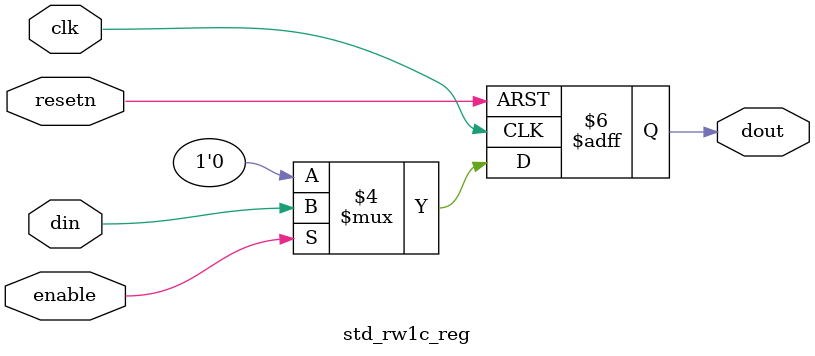
<source format=sv>
/*
 *-----------------------------------------------------------------------------
 *  Module      :   std_lib
 *  Project     :   NA
 *  Author      :   Truong.Nguyen
 *  Created     :   06/25/2020
 *  Description :
 *                  Standard library
 *
 *  History     :
 *  Date        By              Base Rev.   Change Description
 *  06-25-2020  Truong.Nguyen   NA          Initial create
 *-----------------------------------------------------------------------------
 */

//  RW register field
module std_rw_reg #(
    parameter   P_DWIDTH    = 1,
    parameter   P_RESET     = 0
) (
    input                                   clk     ,
    input                                   resetn  ,
    input                                   enable  ,
    input           [ P_DWIDTH  - 1 : 0 ]   din     ,
    output  logic   [ P_DWIDTH  - 1 : 0 ]   dout
);
    //-------------------------------------------------------------------------
    //  Sequential assignments
    //-------------------------------------------------------------------------
    always_ff @(posedge clk, negedge resetn) begin
        if      (!resetn)   dout    <= P_RESET  ;
        else if ( enable)   dout    <= din      ;
    end

endmodule

//  WAC register field
module std_wac_reg #(
    parameter   P_DWIDTH    = 1,
    parameter   P_RESET     = 0
) (
    input                                   clk     ,
    input                                   resetn  ,
    input                                   enable  ,
    input           [ P_DWIDTH  - 1 : 0 ]   din     ,
    output  logic   [ P_DWIDTH  - 1 : 0 ]   dout
);
    //-------------------------------------------------------------------------
    //  Sequential assignments
    //-------------------------------------------------------------------------
    always_ff @(posedge clk, negedge resetn) begin
        if      (!resetn)   dout    <= P_RESET  ;
        else if ( enable)   dout    <= din      ;
        else                dout    <= 0        ;
    end

endmodule

//  RW1C register field
module std_rw1c_reg #(
    parameter   P_DWIDTH    = 1
) (
    input                                   clk     ,
    input                                   resetn  ,
    input                                   enable  ,
    input           [ P_DWIDTH  - 1 : 0 ]   din     ,
    output  logic   [ P_DWIDTH  - 1 : 0 ]   dout
);
    //-------------------------------------------------------------------------
    //  Sequential assignments
    //-------------------------------------------------------------------------
    always_ff @(posedge clk, negedge resetn) begin
        if      (!resetn)   dout    <= 0    ;
        else if ( enable)   dout    <= din  ;
        else                dout    <= 0;
    end

endmodule

</source>
